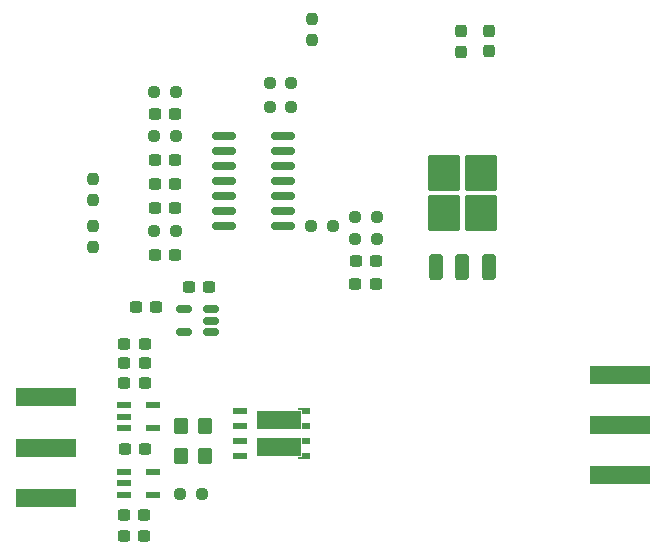
<source format=gtp>
G04 #@! TF.GenerationSoftware,KiCad,Pcbnew,7.0.10*
G04 #@! TF.CreationDate,2024-04-22T16:42:47-07:00*
G04 #@! TF.ProjectId,powerAmp,706f7765-7241-46d7-902e-6b696361645f,rev?*
G04 #@! TF.SameCoordinates,Original*
G04 #@! TF.FileFunction,Paste,Top*
G04 #@! TF.FilePolarity,Positive*
%FSLAX46Y46*%
G04 Gerber Fmt 4.6, Leading zero omitted, Abs format (unit mm)*
G04 Created by KiCad (PCBNEW 7.0.10) date 2024-04-22 16:42:47*
%MOMM*%
%LPD*%
G01*
G04 APERTURE LIST*
G04 Aperture macros list*
%AMRoundRect*
0 Rectangle with rounded corners*
0 $1 Rounding radius*
0 $2 $3 $4 $5 $6 $7 $8 $9 X,Y pos of 4 corners*
0 Add a 4 corners polygon primitive as box body*
4,1,4,$2,$3,$4,$5,$6,$7,$8,$9,$2,$3,0*
0 Add four circle primitives for the rounded corners*
1,1,$1+$1,$2,$3*
1,1,$1+$1,$4,$5*
1,1,$1+$1,$6,$7*
1,1,$1+$1,$8,$9*
0 Add four rect primitives between the rounded corners*
20,1,$1+$1,$2,$3,$4,$5,0*
20,1,$1+$1,$4,$5,$6,$7,0*
20,1,$1+$1,$6,$7,$8,$9,0*
20,1,$1+$1,$8,$9,$2,$3,0*%
G04 Aperture macros list end*
%ADD10R,1.200000X0.600000*%
%ADD11RoundRect,0.237500X0.250000X0.237500X-0.250000X0.237500X-0.250000X-0.237500X0.250000X-0.237500X0*%
%ADD12RoundRect,0.250000X-0.350000X-0.450000X0.350000X-0.450000X0.350000X0.450000X-0.350000X0.450000X0*%
%ADD13RoundRect,0.250000X0.350000X-0.850000X0.350000X0.850000X-0.350000X0.850000X-0.350000X-0.850000X0*%
%ADD14RoundRect,0.250000X1.125000X-1.275000X1.125000X1.275000X-1.125000X1.275000X-1.125000X-1.275000X0*%
%ADD15RoundRect,0.237500X-0.300000X-0.237500X0.300000X-0.237500X0.300000X0.237500X-0.300000X0.237500X0*%
%ADD16RoundRect,0.150000X-0.825000X-0.150000X0.825000X-0.150000X0.825000X0.150000X-0.825000X0.150000X0*%
%ADD17RoundRect,0.237500X0.237500X-0.250000X0.237500X0.250000X-0.237500X0.250000X-0.237500X-0.250000X0*%
%ADD18RoundRect,0.237500X-0.250000X-0.237500X0.250000X-0.237500X0.250000X0.237500X-0.250000X0.237500X0*%
%ADD19RoundRect,0.237500X-0.237500X0.250000X-0.237500X-0.250000X0.237500X-0.250000X0.237500X0.250000X0*%
%ADD20R,5.080000X1.500000*%
%ADD21R,3.810000X1.650000*%
%ADD22R,0.710000X0.610000*%
%ADD23R,0.310000X0.255000*%
%ADD24R,1.270000X0.610000*%
%ADD25RoundRect,0.237500X-0.237500X0.300000X-0.237500X-0.300000X0.237500X-0.300000X0.237500X0.300000X0*%
%ADD26RoundRect,0.237500X0.300000X0.237500X-0.300000X0.237500X-0.300000X-0.237500X0.300000X-0.237500X0*%
%ADD27RoundRect,0.150000X0.512500X0.150000X-0.512500X0.150000X-0.512500X-0.150000X0.512500X-0.150000X0*%
G04 APERTURE END LIST*
D10*
X75075000Y-125955000D03*
X75075000Y-126905000D03*
X75075000Y-127855000D03*
X77575000Y-127855000D03*
X77575000Y-125955000D03*
X75075000Y-120305000D03*
X75075000Y-121255000D03*
X75075000Y-122205000D03*
X77575000Y-122205000D03*
X77575000Y-120305000D03*
D11*
X96487500Y-106205000D03*
X94662500Y-106205000D03*
D12*
X81925000Y-124605000D03*
X79925000Y-124605000D03*
X81925000Y-122055000D03*
X79925000Y-122055000D03*
D11*
X92787500Y-105145000D03*
X90962500Y-105145000D03*
D13*
X101475000Y-108620000D03*
X103755000Y-108620000D03*
X106035000Y-108620000D03*
D14*
X105280000Y-100645000D03*
X102230000Y-103995000D03*
X102230000Y-100645000D03*
X105280000Y-103995000D03*
D15*
X75137500Y-115105000D03*
X76862500Y-115105000D03*
X75137500Y-116755000D03*
X76862500Y-116755000D03*
X75062500Y-131380000D03*
X76787500Y-131380000D03*
X75087500Y-129630000D03*
X76812500Y-129630000D03*
D16*
X83582000Y-97465400D03*
X83582000Y-98735400D03*
X83582000Y-100005400D03*
X83582000Y-101275400D03*
X83582000Y-102545400D03*
X83582000Y-103815400D03*
X83582000Y-105085400D03*
X88532000Y-105085400D03*
X88532000Y-103815400D03*
X88532000Y-102545400D03*
X88532000Y-101275400D03*
X88532000Y-100005400D03*
X88532000Y-98735400D03*
X88532000Y-97465400D03*
D15*
X94695000Y-110060000D03*
X96420000Y-110060000D03*
D17*
X91035000Y-89377500D03*
X91035000Y-87552500D03*
D18*
X77672100Y-93775400D03*
X79497100Y-93775400D03*
D19*
X72468000Y-101112900D03*
X72468000Y-102937900D03*
D20*
X117092500Y-121980000D03*
X117092500Y-117730000D03*
X117092500Y-126230000D03*
D21*
X88250000Y-121575000D03*
D22*
X90510000Y-120800000D03*
D23*
X90000000Y-120623000D03*
D22*
X90510000Y-122070000D03*
D21*
X88250000Y-123835000D03*
D22*
X90510000Y-123340000D03*
D23*
X90000000Y-124787000D03*
D22*
X90510000Y-124610000D03*
D24*
X84890000Y-124610000D03*
X84890000Y-123340000D03*
X84890000Y-122070000D03*
X84890000Y-120800000D03*
D15*
X80562500Y-110315000D03*
X82287500Y-110315000D03*
D11*
X96517500Y-104395000D03*
X94692500Y-104395000D03*
D15*
X77722100Y-101596000D03*
X79447100Y-101596000D03*
D11*
X89247100Y-95025400D03*
X87422100Y-95025400D03*
D25*
X103605000Y-88622500D03*
X103605000Y-90347500D03*
D26*
X76912500Y-123980000D03*
X75187500Y-123980000D03*
D11*
X89247100Y-93025400D03*
X87422100Y-93025400D03*
D15*
X76117500Y-111980000D03*
X77842500Y-111980000D03*
D11*
X79497100Y-97525400D03*
X77672100Y-97525400D03*
D26*
X79447100Y-99525400D03*
X77722100Y-99525400D03*
D11*
X79497100Y-105525400D03*
X77672100Y-105525400D03*
D26*
X79447100Y-103628000D03*
X77722100Y-103628000D03*
D15*
X94720000Y-108085000D03*
X96445000Y-108085000D03*
D11*
X81662500Y-127830000D03*
X79837500Y-127830000D03*
D25*
X106015000Y-88572500D03*
X106015000Y-90297500D03*
D15*
X77722100Y-95627000D03*
X79447100Y-95627000D03*
D19*
X72468000Y-105112900D03*
X72468000Y-106937900D03*
D20*
X68480000Y-123880000D03*
X68480000Y-128130000D03*
X68480000Y-119630000D03*
D15*
X77722100Y-107565000D03*
X79447100Y-107565000D03*
D26*
X76862500Y-118455000D03*
X75137500Y-118455000D03*
D27*
X82442500Y-114080000D03*
X82442500Y-113130000D03*
X82442500Y-112180000D03*
X80167500Y-112180000D03*
X80167500Y-114080000D03*
M02*

</source>
